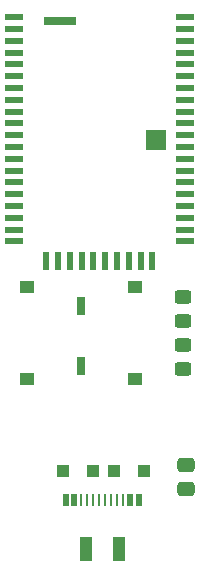
<source format=gbr>
%TF.GenerationSoftware,KiCad,Pcbnew,5.99.0-unknown-64d35ecebc~127~ubuntu20.04.1*%
%TF.CreationDate,2021-05-01T14:43:11+10:00*%
%TF.ProjectId,bm83-featherwing,626d3833-2d66-4656-9174-68657277696e,rev?*%
%TF.SameCoordinates,Original*%
%TF.FileFunction,Paste,Top*%
%TF.FilePolarity,Positive*%
%FSLAX46Y46*%
G04 Gerber Fmt 4.6, Leading zero omitted, Abs format (unit mm)*
G04 Created by KiCad (PCBNEW 5.99.0-unknown-64d35ecebc~127~ubuntu20.04.1) date 2021-05-01 14:43:11*
%MOMM*%
%LPD*%
G01*
G04 APERTURE LIST*
G04 Aperture macros list*
%AMRoundRect*
0 Rectangle with rounded corners*
0 $1 Rounding radius*
0 $2 $3 $4 $5 $6 $7 $8 $9 X,Y pos of 4 corners*
0 Add a 4 corners polygon primitive as box body*
4,1,4,$2,$3,$4,$5,$6,$7,$8,$9,$2,$3,0*
0 Add four circle primitives for the rounded corners*
1,1,$1+$1,$2,$3*
1,1,$1+$1,$4,$5*
1,1,$1+$1,$6,$7*
1,1,$1+$1,$8,$9*
0 Add four rect primitives between the rounded corners*
20,1,$1+$1,$2,$3,$4,$5,0*
20,1,$1+$1,$4,$5,$6,$7,0*
20,1,$1+$1,$6,$7,$8,$9,0*
20,1,$1+$1,$8,$9,$2,$3,0*%
G04 Aperture macros list end*
%ADD10RoundRect,0.250000X0.450000X-0.325000X0.450000X0.325000X-0.450000X0.325000X-0.450000X-0.325000X0*%
%ADD11R,0.520000X1.000000*%
%ADD12R,0.270000X1.000000*%
%ADD13R,1.000000X2.000000*%
%ADD14R,1.500000X0.600000*%
%ADD15R,0.600000X1.500000*%
%ADD16R,1.780000X1.780000*%
%ADD17R,2.790000X0.760000*%
%ADD18R,0.760000X1.600000*%
%ADD19R,1.000000X1.000000*%
%ADD20R,1.250000X1.000000*%
%ADD21RoundRect,0.250000X-0.450000X0.325000X-0.450000X-0.325000X0.450000X-0.325000X0.450000X0.325000X0*%
%ADD22RoundRect,0.250000X-0.475000X0.337500X-0.475000X-0.337500X0.475000X-0.337500X0.475000X0.337500X0*%
G04 APERTURE END LIST*
D10*
%TO.C,D5*%
X153162000Y-111261000D03*
X153162000Y-109211000D03*
%TD*%
D11*
%TO.C,J3*%
X143204000Y-122344000D03*
X143954000Y-122344000D03*
D12*
X144554000Y-122344000D03*
X145054000Y-122344000D03*
X145554000Y-122344000D03*
X146054000Y-122344000D03*
X146554000Y-122344000D03*
X147054000Y-122344000D03*
X147554000Y-122344000D03*
X148054000Y-122344000D03*
D11*
X148654000Y-122344000D03*
X149404000Y-122344000D03*
D13*
X144904000Y-126544000D03*
X147704000Y-126544000D03*
%TD*%
D14*
%TO.C,U1*%
X138807000Y-81466000D03*
X138807000Y-82466000D03*
X138807000Y-83466000D03*
X138807000Y-84466000D03*
X138807000Y-85466000D03*
X138807000Y-86466000D03*
X138807000Y-87466000D03*
X138807000Y-88466000D03*
X138807000Y-89466000D03*
X138807000Y-90466000D03*
X138807000Y-91466000D03*
X138807000Y-92466000D03*
X138807000Y-93466000D03*
X138807000Y-94466000D03*
X138807000Y-95466000D03*
X138807000Y-96466000D03*
X138807000Y-97466000D03*
X138807000Y-98466000D03*
X138807000Y-99466000D03*
X138807000Y-100466000D03*
D15*
X141557000Y-102116000D03*
X142557000Y-102116000D03*
X143557000Y-102116000D03*
X144557000Y-102116000D03*
X145557000Y-102116000D03*
X146557000Y-102116000D03*
X147557000Y-102116000D03*
X148557000Y-102116000D03*
X149557000Y-102116000D03*
X150557000Y-102116000D03*
D14*
X153307000Y-100466000D03*
X153307000Y-99466000D03*
X153307000Y-98466000D03*
X153307000Y-97466000D03*
X153307000Y-96466000D03*
X153307000Y-95466000D03*
X153307000Y-94466000D03*
X153307000Y-93466000D03*
X153307000Y-92466000D03*
X153307000Y-91466000D03*
X153307000Y-90466000D03*
X153307000Y-89466000D03*
X153307000Y-88466000D03*
X153307000Y-87466000D03*
X153307000Y-86466000D03*
X153307000Y-85466000D03*
X153307000Y-84466000D03*
X153307000Y-83466000D03*
X153307000Y-82466000D03*
X153307000Y-81466000D03*
D16*
X150827000Y-91896000D03*
D17*
X142767000Y-81786000D03*
%TD*%
D18*
%TO.C,SW3*%
X144526000Y-105918000D03*
X144526000Y-110998000D03*
%TD*%
D19*
%TO.C,D1*%
X143022000Y-119888000D03*
X145522000Y-119888000D03*
%TD*%
D20*
%TO.C,SW1*%
X149098000Y-112079000D03*
X149098000Y-104329000D03*
%TD*%
D21*
%TO.C,D4*%
X153162000Y-105138000D03*
X153162000Y-107188000D03*
%TD*%
D22*
%TO.C,C2*%
X153416000Y-119358500D03*
X153416000Y-121433500D03*
%TD*%
D19*
%TO.C,D2*%
X149840000Y-119888000D03*
X147340000Y-119888000D03*
%TD*%
D20*
%TO.C,SW2*%
X139954000Y-104329000D03*
X139954000Y-112079000D03*
%TD*%
M02*

</source>
